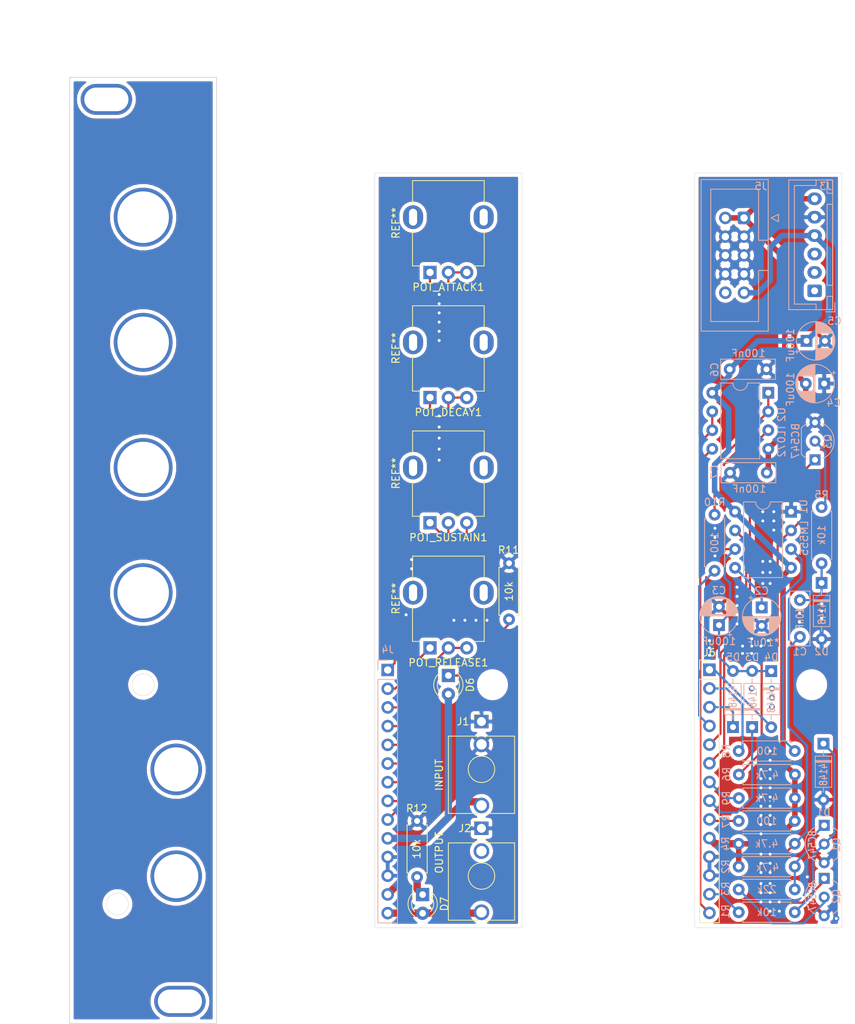
<source format=kicad_pcb>
(kicad_pcb (version 20171130) (host pcbnew 5.1.9+dfsg1-1~bpo10+1)
  (layers (0 F.Cu signal hide) (31 B.Cu signal hide) (34 B.Paste user hide) (35 F.Paste user hide) (36 B.SilkS user) (37 F.SilkS user) (38 B.Mask user) (39 F.Mask user) (44 Edge.Cuts user))
  (net 0 "")
  (net 1 "Net-(C1-Pad1)")
  (net 2 "Net-(C1-Pad2)")
  (net 3 "Net-(C2-Pad1)")
  (net 4 GND2)
  (net 5 "Net-(C3-Pad1)")
  (net 6 +12V)
  (net 7 -12V)
  (net 8 "Net-(D1-Pad1)")
  (net 9 "Net-(Q1-Pad1)")
  (net 10 "Net-(Q2-Pad2)")
  (net 11 "Net-(Q3-Pad2)")
  (net 12 "Net-(Q3-Pad1)")
  (net 13 "Net-(R8-Pad1)")
  (net 14 "Net-(R10-Pad1)")
  (net 15 "Net-(D6-Pad1)")
  (net 16 "Net-(D7-Pad1)")
  (net 17 B4)
  (net 18 B5)
  (net 19 A_VCC)
  (net 20 A2)
  (net 21 GND1)
  (net 22 A1)
  (net 23 A3)
  (net 24 A4)
  (net 25 A5)
  (net 26 A6)
  (net 27 A7)
  (net 28 A8)
  (net 29 A9)
  (net 30 B1)
  (net 31 B2)
  (net 32 B3)
  (net 33 B6)
  (net 34 B7)
  (net 35 B8)
  (net 36 B9)
  (net 37 A10)
  (net 38 B10)
  (net 39 A11)
  (net 40 B11)
  (module benjiaomodular:PanelHole_AudioJack_3.5mm (layer F.Cu) (at 64.5 127.5)
    (fp_text reference REF** hide)
    (fp_text value PanelHole_AudioJack_3.5mm hide)
    (pad "" thru_hole circle (at 0 6.5 180) (size 7 7) (drill 6) (layers *.Cu *.Mask))
  )
  (module Capacitor_THT:C_Rect_L7.2mm_W2.5mm_P5.00mm_FKS2_FKP2_MKS2_MKP2 (layer B.Cu) (at 149.3 111 270)
    (fp_text reference C1 (at 7 0 180) (layer B.SilkS) (effects (justify mirror)))
    (fp_text value 10nF (at 2.5 0 90) (layer B.SilkS) (effects (font (size 1 0.8)) (justify mirror)))
    (pad 1 thru_hole circle (at 0 0 270) (size 1.6 1.6) (drill 0.8) (layers *.Cu *.Mask) (net 1 "Net-(C1-Pad1)"))
    (pad 2 thru_hole circle (at 5 0 270) (size 1.6 1.6) (drill 0.8) (layers *.Cu *.Mask) (net 2 "Net-(C1-Pad2)"))
  )
  (module Diode_THT:D_DO-35_SOD27_P7.62mm_Horizontal (layer B.Cu) (at 152.5 130.5 270)
    (fp_text reference D1 (at 9.35 0 180) (layer B.SilkS) (effects (justify mirror)))
    (fp_text value 4148 (at 4.2 0 270) (layer B.SilkS) (effects (font (size 1 0.8)) (justify mirror)))
    (pad 2 thru_hole oval (at 7.62 0 270) (size 1.6 1.6) (drill 0.8) (layers *.Cu *.Mask) (net 4 GND2))
    (pad 1 thru_hole rect (at 0 0 270) (size 1.6 1.6) (drill 0.8) (layers *.Cu *.Mask) (net 8 "Net-(D1-Pad1)"))
  )
  (module Resistor_THT:R_Axial_DIN0207_L6.3mm_D2.5mm_P7.62mm_Horizontal (layer B.Cu) (at 152.25 106 90)
    (fp_text reference R5 (at 9.3 0 180) (layer B.SilkS) (effects (justify mirror)))
    (fp_text value 10k (at 3.81 0 90) (layer B.SilkS) (effects (justify mirror)))
    (pad 1 thru_hole circle (at 0 0 90) (size 1.6 1.6) (drill 0.8) (layers *.Cu *.Mask) (net 1 "Net-(C1-Pad1)"))
    (pad 2 thru_hole oval (at 7.62 0 90) (size 1.6 1.6) (drill 0.8) (layers *.Cu *.Mask) (net 11 "Net-(Q3-Pad2)"))
  )
  (module Diode_THT:D_DO-35_SOD27_P7.62mm_Horizontal (layer B.Cu) (at 152.25 108.675 270)
    (fp_text reference D2 (at 9.3 0 180) (layer B.SilkS) (effects (justify mirror)))
    (fp_text value 4148 (at 4.125 -0.05 270) (layer B.SilkS) (effects (font (size 1 0.8)) (justify mirror)))
    (pad 1 thru_hole rect (at 0 0 270) (size 1.6 1.6) (drill 0.8) (layers *.Cu *.Mask) (net 1 "Net-(C1-Pad1)"))
    (pad 2 thru_hole oval (at 7.62 0 270) (size 1.6 1.6) (drill 0.8) (layers *.Cu *.Mask) (net 4 GND2))
  )
  (module Package_TO_SOT_THT:TO-92_Inline_Wide (layer B.Cu) (at 152.6 141.6 270)
    (fp_text reference Q1 (at 2.65 -1.65 270) (layer B.SilkS) (effects (justify mirror)))
    (fp_text value BC547 (at 2.65 1.6 90) (layer B.SilkS) (effects (font (size 1 0.8)) (justify mirror)))
    (pad 1 thru_hole rect (at 0 0 270) (size 1.5 1.5) (drill 0.8) (layers *.Cu *.Mask) (net 9 "Net-(Q1-Pad1)"))
    (pad 3 thru_hole circle (at 5.08 0 270) (size 1.5 1.5) (drill 0.8) (layers *.Cu *.Mask) (net 4 GND2))
    (pad 2 thru_hole circle (at 2.54 0 270) (size 1.5 1.5) (drill 0.8) (layers *.Cu *.Mask) (net 8 "Net-(D1-Pad1)"))
  )
  (module Package_DIP:DIP-8_W7.62mm (layer B.Cu) (at 148.1 99 180)
    (fp_text reference U1 (at -1.7 0.7 90) (layer B.SilkS) (effects (justify mirror)))
    (fp_text value LM555 (at -1.8 -3.6 90) (layer B.SilkS) (effects (justify mirror)))
    (pad 1 thru_hole rect (at 0 0 180) (size 1.6 1.6) (drill 0.8) (layers *.Cu *.Mask) (net 4 GND2))
    (pad 5 thru_hole oval (at 7.62 -7.62 180) (size 1.6 1.6) (drill 0.8) (layers *.Cu *.Mask) (net 3 "Net-(C2-Pad1)"))
    (pad 2 thru_hole oval (at 0 -2.54 180) (size 1.6 1.6) (drill 0.8) (layers *.Cu *.Mask) (net 12 "Net-(Q3-Pad1)"))
    (pad 6 thru_hole oval (at 7.62 -5.08 180) (size 1.6 1.6) (drill 0.8) (layers *.Cu *.Mask) (net 5 "Net-(C3-Pad1)"))
    (pad 3 thru_hole oval (at 0 -5.08 180) (size 1.6 1.6) (drill 0.8) (layers *.Cu *.Mask) (net 13 "Net-(R8-Pad1)"))
    (pad 7 thru_hole oval (at 7.62 -2.54 180) (size 1.6 1.6) (drill 0.8) (layers *.Cu *.Mask) (net 34 B7))
    (pad 4 thru_hole oval (at 0 -7.62 180) (size 1.6 1.6) (drill 0.8) (layers *.Cu *.Mask) (net 6 +12V))
    (pad 8 thru_hole oval (at 7.62 0 180) (size 1.6 1.6) (drill 0.8) (layers *.Cu *.Mask) (net 6 +12V))
  )
  (module Capacitor_THT:CP_Radial_D5.0mm_P2.50mm (layer B.Cu) (at 144.1 112 270)
    (fp_text reference C2 (at -2.25 0 180) (layer B.SilkS) (effects (justify mirror)))
    (fp_text value *10uF (at 4.75 -0.2 180) (layer B.SilkS) (effects (justify mirror)))
    (pad 2 thru_hole circle (at 2.5 0 270) (size 1.6 1.6) (drill 0.8) (layers *.Cu *.Mask) (net 4 GND2))
    (pad 1 thru_hole rect (at 0 0 270) (size 1.6 1.6) (drill 0.8) (layers *.Cu *.Mask) (net 3 "Net-(C2-Pad1)"))
  )
  (module Connector_PinHeader_2.54mm:PinHeader_1x14_P2.54mm_Vertical (layer F.Cu) (at 137 120.47)
    (fp_text reference J6 (at 0 -2.33) (layer F.SilkS))
    (fp_text value MainBoard_Pins)
    (pad 1 thru_hole rect (at 0 0) (size 1.7 1.7) (drill 1) (layers *.Cu *.Mask) (net 32 B3))
    (pad 2 thru_hole oval (at 0 2.54) (size 1.7 1.7) (drill 1) (layers *.Cu *.Mask) (net 17 B4))
    (pad 3 thru_hole oval (at 0 5.08) (size 1.7 1.7) (drill 1) (layers *.Cu *.Mask) (net 18 B5))
    (pad 4 thru_hole oval (at 0 7.62) (size 1.7 1.7) (drill 1) (layers *.Cu *.Mask) (net 33 B6))
    (pad 5 thru_hole oval (at 0 10.16) (size 1.7 1.7) (drill 1) (layers *.Cu *.Mask) (net 34 B7))
    (pad 6 thru_hole oval (at 0 12.7) (size 1.7 1.7) (drill 1) (layers *.Cu *.Mask) (net 35 B8))
    (pad 7 thru_hole oval (at 0 15.24) (size 1.7 1.7) (drill 1) (layers *.Cu *.Mask) (net 36 B9))
    (pad 8 thru_hole oval (at 0 17.78) (size 1.7 1.7) (drill 1) (layers *.Cu *.Mask) (net 38 B10))
    (pad 9 thru_hole oval (at 0 20.32) (size 1.7 1.7) (drill 1) (layers *.Cu *.Mask) (net 40 B11))
    (pad 10 thru_hole oval (at 0 22.86) (size 1.7 1.7) (drill 1) (layers *.Cu *.Mask) (net 6 +12V))
    (pad 11 thru_hole oval (at 0 25.4) (size 1.7 1.7) (drill 1) (layers *.Cu *.Mask) (net 4 GND2))
    (pad 12 thru_hole oval (at 0 27.94) (size 1.7 1.7) (drill 1) (layers *.Cu *.Mask) (net 4 GND2))
    (pad 13 thru_hole oval (at 0 30.48) (size 1.7 1.7) (drill 1) (layers *.Cu *.Mask) (net 30 B1))
    (pad 14 thru_hole oval (at 0 33.02) (size 1.7 1.7) (drill 1) (layers *.Cu *.Mask) (net 31 B2))
  )
  (module Resistor_THT:R_Axial_DIN0207_L6.3mm_D2.5mm_P7.62mm_Horizontal (layer B.Cu) (at 148.6 150.3 180)
    (fp_text reference R3 (at 9.4 0.1 270) (layer B.SilkS) (effects (justify mirror)))
    (fp_text value 22k (at 3.8 0) (layer B.SilkS) (effects (justify mirror)))
    (pad 1 thru_hole circle (at 0 0 180) (size 1.6 1.6) (drill 0.8) (layers *.Cu *.Mask) (net 9 "Net-(Q1-Pad1)"))
    (pad 2 thru_hole oval (at 7.62 0 180) (size 1.6 1.6) (drill 0.8) (layers *.Cu *.Mask) (net 10 "Net-(Q2-Pad2)"))
  )
  (module Resistor_THT:R_Axial_DIN0207_L6.3mm_D2.5mm_P7.62mm_Horizontal (layer B.Cu) (at 148.6 153.4 180)
    (fp_text reference R1 (at 9.4 0.1 270) (layer B.SilkS) (effects (justify mirror)))
    (fp_text value 10k (at 3.8 0) (layer B.SilkS) (effects (justify mirror)))
    (pad 1 thru_hole circle (at 0 0 180) (size 1.6 1.6) (drill 0.8) (layers *.Cu *.Mask) (net 8 "Net-(D1-Pad1)"))
    (pad 2 thru_hole oval (at 7.62 0 180) (size 1.6 1.6) (drill 0.8) (layers *.Cu *.Mask) (net 30 B1))
  )
  (module Package_TO_SOT_THT:TO-92_Inline_Wide (layer B.Cu) (at 152.6 148.8 270)
    (fp_text reference Q2 (at 2.45 -1.65 270) (layer B.SilkS) (effects (justify mirror)))
    (fp_text value BC547 (at 2.45 1.6 90) (layer B.SilkS) (effects (font (size 1 0.8)) (justify mirror)))
    (pad 1 thru_hole rect (at 0 0 270) (size 1.5 1.5) (drill 0.8) (layers *.Cu *.Mask) (net 2 "Net-(C1-Pad2)"))
    (pad 3 thru_hole circle (at 5.08 0 270) (size 1.5 1.5) (drill 0.8) (layers *.Cu *.Mask) (net 4 GND2))
    (pad 2 thru_hole circle (at 2.54 0 270) (size 1.5 1.5) (drill 0.8) (layers *.Cu *.Mask) (net 10 "Net-(Q2-Pad2)"))
  )
  (module Package_TO_SOT_THT:TO-92_Inline_Wide (layer B.Cu) (at 151.35 91.95 90)
    (fp_text reference Q3 (at 2.5 1.75 90) (layer B.SilkS) (effects (justify mirror)))
    (fp_text value BC547 (at 2.55 -2.65 90) (layer B.SilkS) (effects (justify mirror)))
    (pad 1 thru_hole rect (at 0 0 90) (size 1.5 1.5) (drill 0.8) (layers *.Cu *.Mask) (net 12 "Net-(Q3-Pad1)"))
    (pad 3 thru_hole circle (at 5.08 0 90) (size 1.5 1.5) (drill 0.8) (layers *.Cu *.Mask) (net 4 GND2))
    (pad 2 thru_hole circle (at 2.54 0 90) (size 1.5 1.5) (drill 0.8) (layers *.Cu *.Mask) (net 11 "Net-(Q3-Pad2)"))
  )
  (module Resistor_THT:R_Axial_DIN0207_L6.3mm_D2.5mm_P7.62mm_Horizontal (layer B.Cu) (at 141 137.9)
    (fp_text reference R9 (at -1.7 0 270) (layer B.SilkS) (effects (justify mirror)))
    (fp_text value 4.7k (at 3.81 0) (layer B.SilkS) (effects (justify mirror)))
    (pad 2 thru_hole oval (at 7.62 0) (size 1.6 1.6) (drill 0.8) (layers *.Cu *.Mask) (net 6 +12V))
    (pad 1 thru_hole circle (at 0 0) (size 1.6 1.6) (drill 0.8) (layers *.Cu *.Mask) (net 36 B9))
  )
  (module MountingHole:MountingHole_3.2mm_M3 (layer F.Cu) (at 150.9 122.5)
    (fp_text reference REF** hide)
    (fp_text value MountingHole_3.2mm_M3)
    (pad 1 np_thru_hole circle (at 0 0) (size 3.2 3.2) (drill 3.2) (layers *.Cu *.Mask))
  )
  (module benjiaomodular:Potentiometer_RV09 (layer F.Cu) (at 99 117.5 90)
    (fp_text reference POT_RELEASE1 (at -2 2.5 180) (layer F.SilkS))
    (fp_text value 1M)
    (fp_text user REF** (at 6.71 -4.64 270) (layer F.SilkS))
    (pad 1 thru_hole rect (at 0 0 180) (size 1.8 1.8) (drill 1) (layers *.Cu *.Mask) (net 37 A10))
    (pad 3 thru_hole circle (at 0 5 180) (size 1.8 1.8) (drill 1) (layers *.Cu *.Mask) (net 39 A11))
    (pad 2 thru_hole circle (at 0 2.5 180) (size 1.8 1.8) (drill 1) (layers *.Cu *.Mask) (net 39 A11))
    (pad "" thru_hole oval (at 7.5 7.3 180) (size 2.72 3.24) (drill oval 1.1 2.3) (layers *.Cu *.Mask))
    (pad "" thru_hole oval (at 7.5 -2.3 180) (size 2.72 3.24) (drill oval 1.1 2.3) (layers *.Cu *.Mask))
  )
  (module MountingHole:MountingHole_3.2mm_M3 (layer F.Cu) (at 107.5 122.5)
    (fp_text reference REF** hide)
    (fp_text value MountingHole_3.2mm_M3)
    (pad 1 np_thru_hole circle (at 0 0) (size 3.2 3.2) (drill 3.2) (layers *.Cu *.Mask))
  )
  (module benjiaomodular:AudioJack_3.5mm (layer F.Cu) (at 106 127.5)
    (fp_text reference J1 (at -2.5 0) (layer F.SilkS))
    (fp_text value INPUT (at -5.75 7.25 90) (layer F.SilkS))
    (pad S thru_hole rect (at 0 0 180) (size 1.93 1.83) (drill 1.22) (layers *.Cu *.Mask) (net 21 GND1))
    (pad TN thru_hole circle (at 0 3.1 180) (size 2.13 2.13) (drill 1.42) (layers *.Cu *.Mask) (net 21 GND1))
    (pad T thru_hole circle (at 0 11.4 180) (size 2.13 2.13) (drill 1.43) (layers *.Cu *.Mask) (net 22 A1))
  )
  (module Resistor_THT:R_Axial_DIN0207_L6.3mm_D2.5mm_P7.62mm_Horizontal (layer F.Cu) (at 97.25 141 270)
    (fp_text reference R12 (at -1.7 0.05 180) (layer F.SilkS))
    (fp_text value 10k (at 3.8 0.05 90) (layer F.SilkS))
    (pad 1 thru_hole circle (at 0 0 270) (size 1.6 1.6) (drill 0.8) (layers *.Cu *.Mask) (net 21 GND1))
    (pad 2 thru_hole oval (at 7.62 0 270) (size 1.6 1.6) (drill 0.8) (layers *.Cu *.Mask) (net 16 "Net-(D7-Pad1)"))
  )
  (module Resistor_THT:R_Axial_DIN0207_L6.3mm_D2.5mm_P7.62mm_Horizontal (layer F.Cu) (at 109.75 106 270)
    (fp_text reference R11 (at -1.8 0.05 180) (layer F.SilkS))
    (fp_text value 10k (at 3.81 0 90) (layer F.SilkS))
    (pad 2 thru_hole oval (at 7.62 0 270) (size 1.6 1.6) (drill 0.8) (layers *.Cu *.Mask) (net 15 "Net-(D6-Pad1)"))
    (pad 1 thru_hole circle (at 0 0 270) (size 1.6 1.6) (drill 0.8) (layers *.Cu *.Mask) (net 21 GND1))
  )
  (module Resistor_THT:R_Axial_DIN0207_L6.3mm_D2.5mm_P7.62mm_Horizontal (layer B.Cu) (at 137.7 99.4 270)
    (fp_text reference R10 (at -1.7 0 180) (layer B.SilkS) (effects (justify mirror)))
    (fp_text value 100 (at 3.8 0 90) (layer B.SilkS) (effects (justify mirror)))
    (pad 2 thru_hole oval (at 7.62 0 270) (size 1.6 1.6) (drill 0.8) (layers *.Cu *.Mask) (net 33 B6))
    (pad 1 thru_hole circle (at 0 0 270) (size 1.6 1.6) (drill 0.8) (layers *.Cu *.Mask) (net 14 "Net-(R10-Pad1)"))
  )
  (module Resistor_THT:R_Axial_DIN0207_L6.3mm_D2.5mm_P7.62mm_Horizontal (layer B.Cu) (at 148.6 131.5 180)
    (fp_text reference R8 (at 9.3 0 270) (layer B.SilkS) (effects (justify mirror)))
    (fp_text value 100 (at 3.75 0) (layer B.SilkS) (effects (justify mirror)))
    (pad 1 thru_hole circle (at 0 0 180) (size 1.6 1.6) (drill 0.8) (layers *.Cu *.Mask) (net 13 "Net-(R8-Pad1)"))
    (pad 2 thru_hole oval (at 7.62 0 180) (size 1.6 1.6) (drill 0.8) (layers *.Cu *.Mask) (net 17 B4))
  )
  (module Resistor_THT:R_Axial_DIN0207_L6.3mm_D2.5mm_P7.62mm_Horizontal (layer B.Cu) (at 148.6 141 180)
    (fp_text reference R7 (at 9.3 0 270) (layer B.SilkS) (effects (justify mirror)))
    (fp_text value 100 (at 3.81 0) (layer B.SilkS) (effects (justify mirror)))
    (pad 1 thru_hole circle (at 0 0 180) (size 1.6 1.6) (drill 0.8) (layers *.Cu *.Mask) (net 6 +12V))
    (pad 2 thru_hole oval (at 7.62 0 180) (size 1.6 1.6) (drill 0.8) (layers *.Cu *.Mask) (net 40 B11))
  )
  (module Resistor_THT:R_Axial_DIN0207_L6.3mm_D2.5mm_P7.62mm_Horizontal (layer B.Cu) (at 141 134.7)
    (fp_text reference R6 (at -1.65 -0.05 270) (layer B.SilkS) (effects (justify mirror)))
    (fp_text value 4.7k (at 3.85 0.05) (layer B.SilkS) (effects (justify mirror)))
    (pad 2 thru_hole oval (at 7.62 0) (size 1.6 1.6) (drill 0.8) (layers *.Cu *.Mask) (net 6 +12V))
    (pad 1 thru_hole circle (at 0 0) (size 1.6 1.6) (drill 0.8) (layers *.Cu *.Mask) (net 12 "Net-(Q3-Pad1)"))
  )
  (module Resistor_THT:R_Axial_DIN0207_L6.3mm_D2.5mm_P7.62mm_Horizontal (layer B.Cu) (at 148.6 144.1 180)
    (fp_text reference R4 (at 9.4 0 270) (layer B.SilkS) (effects (justify mirror)))
    (fp_text value 4.7k (at 3.81 0) (layer B.SilkS) (effects (justify mirror)))
    (pad 2 thru_hole oval (at 7.62 0 180) (size 1.6 1.6) (drill 0.8) (layers *.Cu *.Mask) (net 6 +12V))
    (pad 1 thru_hole circle (at 0 0 180) (size 1.6 1.6) (drill 0.8) (layers *.Cu *.Mask) (net 2 "Net-(C1-Pad2)"))
  )
  (module Resistor_THT:R_Axial_DIN0207_L6.3mm_D2.5mm_P7.62mm_Horizontal (layer B.Cu) (at 148.6 147.2 180)
    (fp_text reference R2 (at 9.4 0 270) (layer B.SilkS) (effects (justify mirror)))
    (fp_text value 4.7k (at 3.7 -0.1) (layer B.SilkS) (effects (justify mirror)))
    (pad 2 thru_hole oval (at 7.62 0 180) (size 1.6 1.6) (drill 0.8) (layers *.Cu *.Mask) (net 6 +12V))
    (pad 1 thru_hole circle (at 0 0 180) (size 1.6 1.6) (drill 0.8) (layers *.Cu *.Mask) (net 9 "Net-(Q1-Pad1)"))
  )
  (module benjiaomodular:PanelHole_Potentiometer_RV09 (layer F.Cu) (at 57.5 117.5 90)
    (fp_text reference REF** hide)
    (fp_text value PanelHole_Potentiometer_RV09 hide)
    (pad "" thru_hole circle (at 7.5 2.5 180) (size 8 8) (drill 7) (layers *.Cu *.Mask))
  )
  (module benjiaomodular:PanelHole_Potentiometer_RV09 (layer F.Cu) (at 57.5 100.5 90)
    (fp_text reference REF** hide)
    (fp_text value PanelHole_Potentiometer_RV09 hide)
    (pad "" thru_hole circle (at 7.5 2.5 180) (size 8 8) (drill 7) (layers *.Cu *.Mask))
  )
  (module benjiaomodular:PanelHole_Potentiometer_RV09 (layer F.Cu) (at 57.5 83.5 90)
    (fp_text reference REF** hide)
    (fp_text value PanelHole_Potentiometer_RV09 hide)
    (pad "" thru_hole circle (at 7.5 2.5 180) (size 8 8) (drill 7) (layers *.Cu *.Mask))
  )
  (module benjiaomodular:PanelHole_Potentiometer_RV09 (layer F.Cu) (at 57.5 66.5 90)
    (fp_text reference REF** hide)
    (fp_text value PanelHole_Potentiometer_RV09 hide)
    (pad "" thru_hole circle (at 7.5 2.5 180) (size 8 8) (drill 7) (layers *.Cu *.Mask))
  )
  (module benjiaomodular:Panel_4HP (layer F.Cu) (at 50 40)
    (fp_text reference REF** hide)
    (fp_text value Panel_4HP)
    (pad 1 thru_hole oval (at 15 125.5) (size 7 4.2) (drill oval 6 3.2) (layers *.Cu *.Mask))
    (pad 1 thru_hole oval (at 5 3) (size 7 4.2) (drill oval 6 3.2) (layers *.Cu *.Mask))
  )
  (module benjiaomodular:PanelHole_AudioJack_3.5mm (layer F.Cu) (at 64.5 142)
    (fp_text reference REF** hide)
    (fp_text value PanelHole_AudioJack_3.5mm hide)
    (pad "" thru_hole circle (at 0 6.5 180) (size 7 7) (drill 6) (layers *.Cu *.Mask))
  )
  (module Capacitor_THT:CP_Radial_D5.0mm_P2.50mm (layer B.Cu) (at 138.3 114.4 90)
    (fp_text reference C3 (at 4.7 0 180) (layer B.SilkS) (effects (justify mirror)))
    (fp_text value 100uF (at -2.2 0 180) (layer B.SilkS) (effects (justify mirror)))
    (pad 1 thru_hole rect (at 0 0 90) (size 1.6 1.6) (drill 0.8) (layers *.Cu *.Mask) (net 5 "Net-(C3-Pad1)"))
    (pad 2 thru_hole circle (at 2.5 0 90) (size 1.6 1.6) (drill 0.8) (layers *.Cu *.Mask) (net 4 GND2))
  )
  (module Capacitor_THT:CP_Radial_D5.0mm_P2.50mm (layer B.Cu) (at 150.2 75.8)
    (fp_text reference C4 (at 3.7 8.4 180) (layer B.SilkS) (effects (justify mirror)))
    (fp_text value 100uF (at -2.2 0.6 90) (layer B.SilkS) (effects (justify mirror)))
    (pad 2 thru_hole circle (at 2.5 0) (size 1.6 1.6) (drill 0.8) (layers *.Cu *.Mask) (net 4 GND2))
    (pad 1 thru_hole rect (at 0 0) (size 1.6 1.6) (drill 0.8) (layers *.Cu *.Mask) (net 6 +12V))
  )
  (module Capacitor_THT:CP_Radial_D5.0mm_P2.50mm (layer B.Cu) (at 152.6 81.6 180)
    (fp_text reference C5 (at -1.4 8.5 180) (layer B.SilkS) (effects (justify mirror)))
    (fp_text value 100uF (at 4.6 -0.8 90) (layer B.SilkS) (effects (justify mirror)))
    (pad 1 thru_hole rect (at 0 0 180) (size 1.6 1.6) (drill 0.8) (layers *.Cu *.Mask) (net 4 GND2))
    (pad 2 thru_hole circle (at 2.5 0 180) (size 1.6 1.6) (drill 0.8) (layers *.Cu *.Mask) (net 7 -12V))
  )
  (module Capacitor_THT:C_Rect_L7.2mm_W2.5mm_P5.00mm_FKS2_FKP2_MKS2_MKP2 (layer B.Cu) (at 139.75 79.65)
    (fp_text reference C6 (at -2.05 0.05 90) (layer B.SilkS) (effects (justify mirror)))
    (fp_text value 100nF (at 2.55 -2.15) (layer B.SilkS) (effects (justify mirror)))
    (pad 2 thru_hole circle (at 5 0) (size 1.6 1.6) (drill 0.8) (layers *.Cu *.Mask) (net 4 GND2))
    (pad 1 thru_hole circle (at 0 0) (size 1.6 1.6) (drill 0.8) (layers *.Cu *.Mask) (net 6 +12V))
  )
  (module Capacitor_THT:C_Rect_L7.2mm_W2.5mm_P5.00mm_FKS2_FKP2_MKS2_MKP2 (layer B.Cu) (at 139.8 93.7)
    (fp_text reference C7 (at -2.1 -0.1 90) (layer B.SilkS) (effects (justify mirror)))
    (fp_text value 100nF (at 2.6 2.2) (layer B.SilkS) (effects (justify mirror)))
    (pad 1 thru_hole circle (at 0 0) (size 1.6 1.6) (drill 0.8) (layers *.Cu *.Mask) (net 4 GND2))
    (pad 2 thru_hole circle (at 5 0) (size 1.6 1.6) (drill 0.8) (layers *.Cu *.Mask) (net 7 -12V))
  )
  (module Diode_THT:D_DO-35_SOD27_P7.62mm_Horizontal (layer B.Cu) (at 142.8 128.25 90)
    (fp_text reference D3 (at 9.5 0) (layer B.SilkS) (effects (justify mirror)))
    (fp_text value 4148 (at 4.15 0.1 90) (layer B.SilkS) (effects (font (size 1 0.8)) (justify mirror)))
    (pad 2 thru_hole oval (at 7.62 0 90) (size 1.6 1.6) (drill 0.8) (layers *.Cu *.Mask) (net 5 "Net-(C3-Pad1)"))
    (pad 1 thru_hole rect (at 0 0 90) (size 1.6 1.6) (drill 0.8) (layers *.Cu *.Mask) (net 38 B10))
  )
  (module Diode_THT:D_DO-35_SOD27_P7.62mm_Horizontal (layer B.Cu) (at 145.4 120.65 270)
    (fp_text reference D4 (at -1.9 0 180) (layer B.SilkS) (effects (justify mirror)))
    (fp_text value 4148 (at 4.15 0 90) (layer B.SilkS) (effects (font (size 1 0.8)) (justify mirror)))
    (pad 1 thru_hole rect (at 0 0 270) (size 1.6 1.6) (drill 0.8) (layers *.Cu *.Mask) (net 5 "Net-(C3-Pad1)"))
    (pad 2 thru_hole oval (at 7.62 0 270) (size 1.6 1.6) (drill 0.8) (layers *.Cu *.Mask) (net 32 B3))
  )
  (module Diode_THT:D_DO-35_SOD27_P7.62mm_Horizontal (layer B.Cu) (at 140.2 128.25 90)
    (fp_text reference D5 (at 9.5 0 180) (layer B.SilkS) (effects (justify mirror)))
    (fp_text value 4148 (at 4.15 0 90) (layer B.SilkS) (effects (font (size 1 0.8)) (justify mirror)))
    (pad 1 thru_hole rect (at 0 0 90) (size 1.6 1.6) (drill 0.8) (layers *.Cu *.Mask) (net 18 B5))
    (pad 2 thru_hole oval (at 7.62 0 90) (size 1.6 1.6) (drill 0.8) (layers *.Cu *.Mask) (net 5 "Net-(C3-Pad1)"))
  )
  (module Connector_JST:JST_XH_B6B-XH-A_1x06_P2.50mm_Vertical (layer B.Cu) (at 151.3 69 90)
    (fp_text reference J3 (at 14.2 1.5) (layer B.SilkS) (effects (justify mirror)))
    (fp_text value JST_BUS)
    (pad 1 thru_hole roundrect (at 0 0 90) (size 1.7 1.95) (drill 0.95) (layers *.Cu *.Mask) (roundrect_rratio 0.147059))
    (pad 2 thru_hole oval (at 2.5 0 90) (size 1.7 1.95) (drill 0.95) (layers *.Cu *.Mask))
    (pad 3 thru_hole oval (at 5 0 90) (size 1.7 1.95) (drill 0.95) (layers *.Cu *.Mask))
    (pad 4 thru_hole oval (at 7.5 0 90) (size 1.7 1.95) (drill 0.95) (layers *.Cu *.Mask) (net 6 +12V))
    (pad 5 thru_hole oval (at 10 0 90) (size 1.7 1.95) (drill 0.95) (layers *.Cu *.Mask) (net 4 GND2))
    (pad 6 thru_hole oval (at 12.5 0 90) (size 1.7 1.95) (drill 0.95) (layers *.Cu *.Mask) (net 7 -12V))
  )
  (module Connector_IDC:IDC-Header_2x05_P2.54mm_Vertical (layer B.Cu) (at 141.7 59.1 180)
    (fp_text reference J5 (at -2.3 4.3) (layer B.SilkS) (effects (justify mirror)))
    (fp_text value IDC_BUS)
    (pad 1 thru_hole roundrect (at 0 0 180) (size 1.7 1.7) (drill 1) (layers *.Cu *.Mask) (roundrect_rratio 0.147059) (net 7 -12V))
    (pad 3 thru_hole circle (at 0 -2.54 180) (size 1.7 1.7) (drill 1) (layers *.Cu *.Mask) (net 4 GND2))
    (pad 5 thru_hole circle (at 0 -5.08 180) (size 1.7 1.7) (drill 1) (layers *.Cu *.Mask) (net 4 GND2))
    (pad 7 thru_hole circle (at 0 -7.62 180) (size 1.7 1.7) (drill 1) (layers *.Cu *.Mask) (net 4 GND2))
    (pad 9 thru_hole circle (at 0 -10.16 180) (size 1.7 1.7) (drill 1) (layers *.Cu *.Mask) (net 6 +12V))
    (pad 2 thru_hole circle (at 2.54 0 180) (size 1.7 1.7) (drill 1) (layers *.Cu *.Mask) (net 7 -12V))
    (pad 4 thru_hole circle (at 2.54 -2.54 180) (size 1.7 1.7) (drill 1) (layers *.Cu *.Mask) (net 4 GND2))
    (pad 6 thru_hole circle (at 2.54 -5.08 180) (size 1.7 1.7) (drill 1) (layers *.Cu *.Mask) (net 4 GND2))
    (pad 8 thru_hole circle (at 2.54 -7.62 180) (size 1.7 1.7) (drill 1) (layers *.Cu *.Mask) (net 4 GND2))
    (pad 10 thru_hole circle (at 2.54 -10.16 180) (size 1.7 1.7) (drill 1) (layers *.Cu *.Mask) (net 6 +12V))
  )
  (module benjiaomodular:Potentiometer_RV09 (layer F.Cu) (at 99 66.5 90)
    (fp_text reference POT_ATTACK1 (at -2 2.5 180) (layer F.SilkS))
    (fp_text value 1M)
    (fp_text user REF** (at 6.71 -4.64 270) (layer F.SilkS))
    (pad "" thru_hole oval (at 7.5 -2.3 180) (size 2.72 3.24) (drill oval 1.1 2.3) (layers *.Cu *.Mask))
    (pad "" thru_hole oval (at 7.5 7.3 180) (size 2.72 3.24) (drill oval 1.1 2.3) (layers *.Cu *.Mask))
    (pad 2 thru_hole circle (at 0 2.5 180) (size 1.8 1.8) (drill 1) (layers *.Cu *.Mask) (net 24 A4))
    (pad 3 thru_hole circle (at 0 5 180) (size 1.8 1.8) (drill 1) (layers *.Cu *.Mask) (net 24 A4))
    (pad 1 thru_hole rect (at 0 0 180) (size 1.8 1.8) (drill 1) (layers *.Cu *.Mask) (net 23 A3))
  )
  (module benjiaomodular:Potentiometer_RV09 (layer F.Cu) (at 99 83.5 90)
    (fp_text reference POT_DECAY1 (at -2 2.5 180) (layer F.SilkS))
    (fp_text value 1M)
    (fp_text user REF** (at 6.71 -4.64 270) (layer F.SilkS))
    (pad "" thru_hole oval (at 7.5 -2.3 180) (size 2.72 3.24) (drill oval 1.1 2.3) (layers *.Cu *.Mask))
    (pad "" thru_hole oval (at 7.5 7.3 180) (size 2.72 3.24) (drill oval 1.1 2.3) (layers *.Cu *.Mask))
    (pad 2 thru_hole circle (at 0 2.5 180) (size 1.8 1.8) (drill 1) (layers *.Cu *.Mask) (net 26 A6))
    (pad 3 thru_hole circle (at 0 5 180) (size 1.8 1.8) (drill 1) (layers *.Cu *.Mask) (net 26 A6))
    (pad 1 thru_hole rect (at 0 0 180) (size 1.8 1.8) (drill 1) (layers *.Cu *.Mask) (net 25 A5))
  )
  (module benjiaomodular:Potentiometer_RV09 (layer F.Cu) (at 99 100.5 90)
    (fp_text reference POT_SUSTAIN1 (at -2 2.5 180) (layer F.SilkS))
    (fp_text value 1M)
    (fp_text user REF** (at 6.71 -4.64 270) (layer F.SilkS))
    (pad 1 thru_hole rect (at 0 0 180) (size 1.8 1.8) (drill 1) (layers *.Cu *.Mask) (net 27 A7))
    (pad 3 thru_hole circle (at 0 5 180) (size 1.8 1.8) (drill 1) (layers *.Cu *.Mask) (net 29 A9))
    (pad 2 thru_hole circle (at 0 2.5 180) (size 1.8 1.8) (drill 1) (layers *.Cu *.Mask) (net 28 A8))
    (pad "" thru_hole oval (at 7.5 7.3 180) (size 2.72 3.24) (drill oval 1.1 2.3) (layers *.Cu *.Mask))
    (pad "" thru_hole oval (at 7.5 -2.3 180) (size 2.72 3.24) (drill oval 1.1 2.3) (layers *.Cu *.Mask))
  )
  (module Package_DIP:DIP-8_W7.62mm (layer B.Cu) (at 145 82.85 180)
    (fp_text reference U2 (at -1.8 -2.95 90) (layer B.SilkS) (effects (justify mirror)))
    (fp_text value TL072 (at -1.8 -6.55 90) (layer B.SilkS) (effects (justify mirror)))
    (pad 8 thru_hole oval (at 7.62 0 180) (size 1.6 1.6) (drill 0.8) (layers *.Cu *.Mask) (net 6 +12V))
    (pad 4 thru_hole oval (at 0 -7.62 180) (size 1.6 1.6) (drill 0.8) (layers *.Cu *.Mask) (net 7 -12V))
    (pad 7 thru_hole oval (at 7.62 -2.54 180) (size 1.6 1.6) (drill 0.8) (layers *.Cu *.Mask) (net 31 B2))
    (pad 3 thru_hole oval (at 0 -5.08 180) (size 1.6 1.6) (drill 0.8) (layers *.Cu *.Mask) (net 35 B8))
    (pad 6 thru_hole oval (at 7.62 -5.08 180) (size 1.6 1.6) (drill 0.8) (layers *.Cu *.Mask) (net 31 B2))
    (pad 2 thru_hole oval (at 0 -2.54 180) (size 1.6 1.6) (drill 0.8) (layers *.Cu *.Mask) (net 14 "Net-(R10-Pad1)"))
    (pad 5 thru_hole oval (at 7.62 -7.62 180) (size 1.6 1.6) (drill 0.8) (layers *.Cu *.Mask) (net 5 "Net-(C3-Pad1)"))
    (pad 1 thru_hole rect (at 0 0 180) (size 1.6 1.6) (drill 0.8) (layers *.Cu *.Mask) (net 14 "Net-(R10-Pad1)"))
  )
  (module LED_THT:LED_D3.0mm (layer F.Cu) (at 101.5 121.25 270)
    (fp_text reference D6 (at 1.27 -2.96 90) (layer F.SilkS))
    (fp_text value PWR_LED)
    (pad 2 thru_hole circle (at 2.54 0 270) (size 1.8 1.8) (drill 0.9) (layers *.Cu *.Mask) (net 19 A_VCC))
    (pad 1 thru_hole rect (at 0 0 270) (size 1.8 1.8) (drill 0.9) (layers *.Cu *.Mask) (net 15 "Net-(D6-Pad1)"))
  )
  (module LED_THT:LED_D3.0mm (layer F.Cu) (at 98 151 270)
    (fp_text reference D7 (at 1.27 -2.96 90) (layer F.SilkS))
    (fp_text value OUTPUT_LED)
    (pad 1 thru_hole rect (at 0 0 270) (size 1.8 1.8) (drill 0.9) (layers *.Cu *.Mask) (net 16 "Net-(D7-Pad1)"))
    (pad 2 thru_hole circle (at 2.54 0 270) (size 1.8 1.8) (drill 0.9) (layers *.Cu *.Mask) (net 20 A2))
  )
  (module benjiaomodular:AudioJack_3.5mm (layer F.Cu) (at 106 142)
    (fp_text reference J2 (at -2.25 0) (layer F.SilkS))
    (fp_text value OUTPUT (at -5.75 3.3 90) (layer F.SilkS))
    (pad S thru_hole rect (at 0 0 180) (size 1.93 1.83) (drill 1.22) (layers *.Cu *.Mask) (net 21 GND1))
    (pad TN thru_hole circle (at 0 3.1 180) (size 2.13 2.13) (drill 1.42) (layers *.Cu *.Mask))
    (pad T thru_hole circle (at 0 11.4 180) (size 2.13 2.13) (drill 1.43) (layers *.Cu *.Mask) (net 20 A2))
  )
  (module Connector_PinSocket_2.54mm:PinSocket_1x14_P2.54mm_Vertical (layer B.Cu) (at 93.25 120.5 180)
    (fp_text reference J4 (at 0 2.77) (layer B.SilkS) (effects (justify mirror)))
    (fp_text value ControlBoard_Pins)
    (pad 1 thru_hole rect (at 0 0 180) (size 1.7 1.7) (drill 1) (layers *.Cu *.Mask) (net 23 A3))
    (pad 2 thru_hole oval (at 0 -2.54 180) (size 1.7 1.7) (drill 1) (layers *.Cu *.Mask) (net 24 A4))
    (pad 3 thru_hole oval (at 0 -5.08 180) (size 1.7 1.7) (drill 1) (layers *.Cu *.Mask) (net 25 A5))
    (pad 4 thru_hole oval (at 0 -7.62 180) (size 1.7 1.7) (drill 1) (layers *.Cu *.Mask) (net 26 A6))
    (pad 5 thru_hole oval (at 0 -10.16 180) (size 1.7 1.7) (drill 1) (layers *.Cu *.Mask) (net 27 A7))
    (pad 6 thru_hole oval (at 0 -12.7 180) (size 1.7 1.7) (drill 1) (layers *.Cu *.Mask) (net 28 A8))
    (pad 7 thru_hole oval (at 0 -15.24 180) (size 1.7 1.7) (drill 1) (layers *.Cu *.Mask) (net 29 A9))
    (pad 8 thru_hole oval (at 0 -17.78 180) (size 1.7 1.7) (drill 1) (layers *.Cu *.Mask) (net 37 A10))
    (pad 9 thru_hole oval (at 0 -20.32 180) (size 1.7 1.7) (drill 1) (layers *.Cu *.Mask) (net 39 A11))
    (pad 10 thru_hole oval (at 0 -22.86 180) (size 1.7 1.7) (drill 1) (layers *.Cu *.Mask) (net 19 A_VCC))
    (pad 11 thru_hole oval (at 0 -25.4 180) (size 1.7 1.7) (drill 1) (layers *.Cu *.Mask) (net 21 GND1))
    (pad 12 thru_hole oval (at 0 -27.94 180) (size 1.7 1.7) (drill 1) (layers *.Cu *.Mask) (net 21 GND1))
    (pad 13 thru_hole oval (at 0 -30.48 180) (size 1.7 1.7) (drill 1) (layers *.Cu *.Mask) (net 22 A1))
    (pad 14 thru_hole oval (at 0 -33.02 180) (size 1.7 1.7) (drill 1) (layers *.Cu *.Mask) (net 20 A2))
  )
  (gr_circle (center 60 122.5) (end 61.5 122.5) (layer Edge.Cuts) (width 0.05))
  (gr_circle (center 56.5 152.3) (end 58 152.3) (layer Edge.Cuts) (width 0.05))
  (gr_line (start 135 155.5) (end 135 53) (layer Edge.Cuts) (width 0.05))
  (gr_line (start 155 155.5) (end 135 155.5) (layer Edge.Cuts) (width 0.05))
  (gr_line (start 155 53) (end 155 155.5) (layer Edge.Cuts) (width 0.05))
  (gr_line (start 135 53) (end 155 53) (layer Edge.Cuts) (width 0.05))
  (gr_line (start 91.5 155.5) (end 91.5 53) (layer Edge.Cuts) (width 0.05))
  (gr_line (start 111.5 155.5) (end 91.5 155.5) (layer Edge.Cuts) (width 0.05))
  (gr_line (start 111.5 53) (end 111.5 155.5) (layer Edge.Cuts) (width 0.05))
  (gr_line (start 91.5 53) (end 111.5 53) (layer Edge.Cuts) (width 0.05))
  (gr_line (start 70 40) (end 70 168.5) (layer Edge.Cuts) (width 0.1))
  (gr_line (start 50 40) (end 70 40) (layer Edge.Cuts) (width 0.1))
  (gr_line (start 50 168.5) (end 50 40) (layer Edge.Cuts) (width 0.1))
  (gr_line (start 70 168.5) (end 50 168.5) (layer Edge.Cuts) (width 0.1))
  (via (at 145.5 123) (size 0.8) (drill 0.4) (layers F.Cu B.Cu) (net 0))
  (via (at 145.5 124.25) (size 0.8) (drill 0.4) (layers F.Cu B.Cu) (net 0))
  (via (at 145.5 125.5) (size 0.8) (drill 0.4) (layers F.Cu B.Cu) (net 0))
  (via (at 142.75 123) (size 0.8) (drill 0.4) (layers F.Cu B.Cu) (net 0))
  (segment (start 152.25 106) (end 152.25 108.675) (width 0.3) (layer B.Cu) (net 1))
  (segment (start 151.25 111) (end 149.3 111) (width 0.3) (layer B.Cu) (net 1))
  (segment (start 152.25 108.675) (end 152.25 110) (width 0.3) (layer B.Cu) (net 1))
  (segment (start 152.25 110) (end 151.25 111) (width 0.3) (layer B.Cu) (net 1))
  (segment (start 147.15 151.15) (end 147.15 145.55) (width 0.3) (layer F.Cu) (net 2))
  (segment (start 148.1 152.1) (end 147.15 151.15) (width 0.3) (layer F.Cu) (net 2))
  (segment (start 147.15 145.55) (end 148.6 144.1) (width 0.3) (layer F.Cu) (net 2))
  (segment (start 149.65 152.1) (end 148.1 152.1) (width 0.3) (layer F.Cu) (net 2))
  (segment (start 152.6 148.8) (end 152.6 149.15) (width 0.3) (layer F.Cu) (net 2))
  (segment (start 152.6 149.15) (end 149.65 152.1) (width 0.3) (layer F.Cu) (net 2))
  (segment (start 150.25 142.45) (end 148.6 144.1) (width 0.3) (layer B.Cu) (net 2))
  (segment (start 147.75 128.25) (end 150.25 130.75) (width 0.3) (layer B.Cu) (net 2))
  (segment (start 150.25 130.75) (end 150.25 142.45) (width 0.3) (layer B.Cu) (net 2))
  (segment (start 149.3 116) (end 147.75 117.55) (width 0.3) (layer B.Cu) (net 2))
  (segment (start 147.75 117.55) (end 147.75 128.25) (width 0.3) (layer B.Cu) (net 2))
  (segment (start 144.1 110.24) (end 140.48 106.62) (width 0.3) (layer B.Cu) (net 3))
  (segment (start 144.1 112) (end 144.1 110.24) (width 0.3) (layer B.Cu) (net 3))
  (via (at 154.25 154.25) (size 0.8) (drill 0.4) (layers F.Cu B.Cu) (net 4))
  (via (at 150.3 148.6) (size 0.8) (drill 0.4) (layers F.Cu B.Cu) (net 4))
  (via (at 144 117.25) (size 0.8) (drill 0.4) (layers F.Cu B.Cu) (net 4))
  (via (at 142.75 117.25) (size 0.8) (drill 0.4) (layers F.Cu B.Cu) (net 4))
  (via (at 141.5 117.25) (size 0.8) (drill 0.4) (layers F.Cu B.Cu) (net 4))
  (via (at 137 116.5) (size 0.8) (drill 0.4) (layers F.Cu B.Cu) (net 4))
  (via (at 137 117.5) (size 0.8) (drill 0.4) (layers F.Cu B.Cu) (net 4))
  (via (at 137 118.5) (size 0.8) (drill 0.4) (layers F.Cu B.Cu) (net 4))
  (via (at 144.25 108.75) (size 0.8) (drill 0.4) (layers F.Cu B.Cu) (net 4))
  (via (at 145.25 108.75) (size 0.8) (drill 0.4) (layers F.Cu B.Cu) (net 4))
  (via (at 142.75 116.25) (size 0.8) (drill 0.4) (layers F.Cu B.Cu) (net 4))
  (via (at 142.75 118.25) (size 0.8) (drill 0.4) (layers F.Cu B.Cu) (net 4))
  (via (at 141.5 118.25) (size 0.8) (drill 0.4) (layers F.Cu B.Cu) (net 4))
  (via (at 140.75 114.25) (size 0.8) (drill 0.4) (layers F.Cu B.Cu) (net 4))
  (via (at 140.75 113) (size 0.8) (drill 0.4) (layers F.Cu B.Cu) (net 4))
  (via (at 140.75 111.75) (size 0.8) (drill 0.4) (layers F.Cu B.Cu) (net 4))
  (via (at 145 116.5) (size 0.8) (drill 0.4) (layers F.Cu B.Cu) (net 4))
  (via (at 152.25 113.5) (size 0.8) (drill 0.4) (layers F.Cu B.Cu) (net 4))
  (via (at 152.25 112.5) (size 0.8) (drill 0.4) (layers F.Cu B.Cu) (net 4))
  (via (at 152.25 111.5) (size 0.8) (drill 0.4) (layers F.Cu B.Cu) (net 4))
  (via (at 149.25 112.75) (size 0.8) (drill 0.4) (layers F.Cu B.Cu) (net 4))
  (via (at 149.25 114) (size 0.8) (drill 0.4) (layers F.Cu B.Cu) (net 4))
  (via (at 145.75 99) (size 0.8) (drill 0.4) (layers F.Cu B.Cu) (net 4))
  (via (at 145.75 100.25) (size 0.8) (drill 0.4) (layers F.Cu B.Cu) (net 4))
  (via (at 145.75 101.5) (size 0.8) (drill 0.4) (layers F.Cu B.Cu) (net 4))
  (via (at 144.25 100.25) (size 0.8) (drill 0.4) (layers F.Cu B.Cu) (net 4))
  (via (at 144.25 99) (size 0.8) (drill 0.4) (layers F.Cu B.Cu) (net 4))
  (via (at 144.25 105.75) (size 0.8) (drill 0.4) (layers F.Cu B.Cu) (net 4))
  (via (at 145.25 105.75) (size 0.8) (drill 0.4) (layers F.Cu B.Cu) (net 4))
  (via (at 145.25 107.25) (size 0.8) (drill 0.4) (layers F.Cu B.Cu) (net 4))
  (via (at 144.25 107.25) (size 0.8) (drill 0.4) (layers F.Cu B.Cu) (net 4))
  (via (at 140.75 110.5) (size 0.8) (drill 0.4) (layers F.Cu B.Cu) (net 4))
  (via (at 140.75 109.25) (size 0.8) (drill 0.4) (layers F.Cu B.Cu) (net 4))
  (via (at 145.25 131.5) (size 0.8) (drill 0.4) (layers F.Cu B.Cu) (net 4))
  (via (at 145.25 132.75) (size 0.8) (drill 0.4) (layers F.Cu B.Cu) (net 4))
  (via (at 145.25 134) (size 0.8) (drill 0.4) (layers F.Cu B.Cu) (net 4))
  (via (at 145.25 135.25) (size 0.8) (drill 0.4) (layers F.Cu B.Cu) (net 4))
  (via (at 145.25 136.5) (size 0.8) (drill 0.4) (layers F.Cu B.Cu) (net 4))
  (via (at 145.25 137.75) (size 0.8) (drill 0.4) (layers F.Cu B.Cu) (net 4))
  (via (at 145.25 139) (size 0.8) (drill 0.4) (layers F.Cu B.Cu) (net 4))
  (via (at 145.25 140.25) (size 0.8) (drill 0.4) (layers F.Cu B.Cu) (net 4))
  (via (at 145.25 141.5) (size 0.8) (drill 0.4) (layers F.Cu B.Cu) (net 4))
  (via (at 144 141.5) (size 0.8) (drill 0.4) (layers F.Cu B.Cu) (net 4))
  (via (at 144 140.25) (size 0.8) (drill 0.4) (layers F.Cu B.Cu) (net 4))
  (via (at 144 139) (size 0.8) (drill 0.4) (layers F.Cu B.Cu) (net 4))
  (via (at 144 137.75) (size 0.8) (drill 0.4) (layers F.Cu B.Cu) (net 4))
  (via (at 144 136.5) (size 0.8) (drill 0.4) (layers F.Cu B.Cu) (net 4))
  (via (at 144 135.25) (size 0.8) (drill 0.4) (layers F.Cu B.Cu) (net 4))
  (via (at 144 134) (size 0.8) (drill 0.4) (layers F.Cu B.Cu) (net 4))
  (via (at 144 142.75) (size 0.8) (drill 0.4) (layers F.Cu B.Cu) (net 4))
  (via (at 144 145.5) (size 0.8) (drill 0.4) (layers F.Cu B.Cu) (net 4))
  (via (at 144 146.75) (size 0.8) (drill 0.4) (layers F.Cu B.Cu) (net 4))
  (via (at 144 148) (size 0.8) (drill 0.4) (layers F.Cu B.Cu) (net 4))
  (via (at 144 149.5) (size 0.8) (drill 0.4) (layers F.Cu B.Cu) (net 4))
  (via (at 144 150.75) (size 0.8) (drill 0.4) (layers F.Cu B.Cu) (net 4))
  (via (at 144 152) (size 0.8) (drill 0.4) (layers F.Cu B.Cu) (net 4))
  (via (at 145.25 152) (size 0.8) (drill 0.4) (layers F.Cu B.Cu) (net 4))
  (via (at 145.25 150.75) (size 0.8) (drill 0.4) (layers F.Cu B.Cu) (net 4))
  (via (at 145.25 149.5) (size 0.8) (drill 0.4) (layers F.Cu B.Cu) (net 4))
  (via (at 145.25 148) (size 0.8) (drill 0.4) (layers F.Cu B.Cu) (net 4))
  (via (at 145.25 146.75) (size 0.8) (drill 0.4) (layers F.Cu B.Cu) (net 4))
  (via (at 145.25 145.5) (size 0.8) (drill 0.4) (layers F.Cu B.Cu) (net 4))
  (via (at 145.25 153.25) (size 0.8) (drill 0.4) (layers F.Cu B.Cu) (net 4))
  (via (at 146.5 153.25) (size 0.8) (drill 0.4) (layers F.Cu B.Cu) (net 4))
  (via (at 146.5 152) (size 0.8) (drill 0.4) (layers F.Cu B.Cu) (net 4))
  (via (at 137.75 101.25) (size 0.8) (drill 0.4) (layers F.Cu B.Cu) (net 4))
  (via (at 137.75 102.5) (size 0.8) (drill 0.4) (layers F.Cu B.Cu) (net 4))
  (via (at 137.75 105) (size 0.8) (drill 0.4) (layers F.Cu B.Cu) (net 4))
  (segment (start 138.3 118.73) (end 140.2 120.63) (width 0.3) (layer B.Cu) (net 5))
  (segment (start 138.3 114.4) (end 138.3 118.73) (width 0.3) (layer B.Cu) (net 5))
  (segment (start 139.8 112.8) (end 138.3 114.3) (width 0.3) (layer B.Cu) (net 5))
  (segment (start 139.8 108.7) (end 139.8 112.8) (width 0.3) (layer B.Cu) (net 5))
  (segment (start 139.1 108) (end 139.8 108.7) (width 0.3) (layer B.Cu) (net 5))
  (segment (start 140.48 104.08) (end 139.1 105.46) (width 0.3) (layer B.Cu) (net 5))
  (segment (start 138.3 114.3) (end 138.3 114.4) (width 0.3) (layer B.Cu) (net 5))
  (segment (start 139.1 105.46) (end 139.1 108) (width 0.3) (layer B.Cu) (net 5))
  (segment (start 140.22 120.65) (end 140.2 120.63) (width 0.3) (layer B.Cu) (net 5))
  (segment (start 145.4 120.65) (end 140.22 120.65) (width 0.3) (layer B.Cu) (net 5))
  (segment (start 136.25 91.6) (end 137.38 90.47) (width 0.3) (layer F.Cu) (net 5))
  (segment (start 136.25 103.25) (end 136.25 91.6) (width 0.3) (layer F.Cu) (net 5))
  (segment (start 140.48 104.08) (end 137.08 104.08) (width 0.3) (layer F.Cu) (net 5))
  (segment (start 137.08 104.08) (end 136.25 103.25) (width 0.3) (layer F.Cu) (net 5))
  (segment (start 140.98 144.1) (end 140.98 147.2) (width 0.75) (layer F.Cu) (net 6))
  (segment (start 145.5 144.1) (end 148.6 141) (width 0.75) (layer F.Cu) (net 6))
  (segment (start 140.98 144.1) (end 145.5 144.1) (width 0.75) (layer F.Cu) (net 6))
  (segment (start 148.62 140.98) (end 148.6 141) (width 0.75) (layer F.Cu) (net 6))
  (segment (start 148.62 137.9) (end 148.62 140.98) (width 0.75) (layer F.Cu) (net 6))
  (segment (start 148.62 134.7) (end 148.62 137.9) (width 0.75) (layer F.Cu) (net 6))
  (segment (start 137.77 144.1) (end 137 143.33) (width 1) (layer F.Cu) (net 6))
  (segment (start 140.98 144.1) (end 137.77 144.1) (width 1) (layer F.Cu) (net 6))
  (segment (start 143.6 75.8) (end 139.75 79.65) (width 0.75) (layer B.Cu) (net 6))
  (segment (start 150.2 75.8) (end 143.6 75.8) (width 0.75) (layer B.Cu) (net 6))
  (segment (start 139.75 80.48) (end 137.38 82.85) (width 0.75) (layer B.Cu) (net 6))
  (segment (start 139.75 79.65) (end 139.75 80.48) (width 0.75) (layer B.Cu) (net 6))
  (segment (start 147 133.08) (end 148.62 134.7) (width 0.75) (layer F.Cu) (net 6))
  (segment (start 148.1 106.62) (end 147 107.72) (width 0.75) (layer F.Cu) (net 6))
  (segment (start 147 107.72) (end 147 133.08) (width 0.75) (layer F.Cu) (net 6))
  (segment (start 148.1 106.62) (end 140.48 99) (width 0.75) (layer B.Cu) (net 6))
  (segment (start 137.7 96.22) (end 140.48 99) (width 0.75) (layer B.Cu) (net 6))
  (segment (start 137.7 92.6) (end 137.7 96.22) (width 0.75) (layer B.Cu) (net 6))
  (segment (start 139.6 90.7) (end 137.7 92.6) (width 0.75) (layer B.Cu) (net 6))
  (segment (start 137.38 82.85) (end 139.6 85.07) (width 0.75) (layer B.Cu) (net 6))
  (segment (start 139.6 85.07) (end 139.6 90.7) (width 0.75) (layer B.Cu) (net 6))
  (segment (start 145.25 67.6) (end 143.59 69.26) (width 0.75) (layer B.Cu) (net 6))
  (segment (start 145.25 63.1) (end 145.25 67.6) (width 0.75) (layer B.Cu) (net 6))
  (segment (start 143.59 69.26) (end 141.7 69.26) (width 0.75) (layer B.Cu) (net 6))
  (segment (start 151.3 61.5) (end 146.85 61.5) (width 0.75) (layer B.Cu) (net 6))
  (segment (start 146.85 61.5) (end 145.25 63.1) (width 0.75) (layer B.Cu) (net 6))
  (segment (start 153.2 72.8) (end 150.2 75.8) (width 0.75) (layer B.Cu) (net 6))
  (segment (start 151.3 61.5) (end 153.2 63.4) (width 0.75) (layer B.Cu) (net 6))
  (segment (start 153.2 63.4) (end 153.2 72.8) (width 0.75) (layer B.Cu) (net 6))
  (segment (start 150.1 85.37) (end 145 90.47) (width 0.75) (layer F.Cu) (net 7))
  (segment (start 150.1 81.6) (end 150.1 85.37) (width 0.75) (layer F.Cu) (net 7))
  (segment (start 145 93.5) (end 144.8 93.7) (width 0.75) (layer F.Cu) (net 7))
  (segment (start 145 90.47) (end 145 93.5) (width 0.75) (layer F.Cu) (net 7))
  (segment (start 144.3 56.5) (end 141.7 59.1) (width 0.75) (layer F.Cu) (net 7))
  (segment (start 151.3 56.5) (end 144.3 56.5) (width 0.75) (layer F.Cu) (net 7))
  (segment (start 141.7 59.1) (end 139.16 59.1) (width 0.75) (layer F.Cu) (net 7))
  (segment (start 141.7 59.1) (end 147.25 64.65) (width 0.75) (layer F.Cu) (net 7))
  (segment (start 147.25 78.75) (end 150.1 81.6) (width 0.75) (layer F.Cu) (net 7))
  (segment (start 147.25 64.65) (end 147.25 78.75) (width 0.75) (layer F.Cu) (net 7))
  (segment (start 151.1 150.9) (end 148.6 153.4) (width 0.3) (layer B.Cu) (net 8))
  (segment (start 152.6 144.14) (end 151.1 145.64) (width 0.3) (layer B.Cu) (net 8))
  (segment (start 151.1 145.64) (end 151.1 150.9) (width 0.3) (layer B.Cu) (net 8))
  (segment (start 154 132) (end 152.5 130.5) (width 0.3) (layer B.Cu) (net 8))
  (segment (start 152.6 144.14) (end 154 142.74) (width 0.3) (layer B.Cu) (net 8))
  (segment (start 154 142.74) (end 154 132) (width 0.3) (layer B.Cu) (net 8))
  (segment (start 148.6 147.2) (end 148.6 150.3) (width 0.3) (layer B.Cu) (net 9))
  (segment (start 150.4 143.775) (end 150.4 145) (width 0.3) (layer B.Cu) (net 9))
  (segment (start 148.6 146.8) (end 148.6 147.2) (width 0.3) (layer B.Cu) (net 9))
  (segment (start 150.4 145) (end 148.6 146.8) (width 0.3) (layer B.Cu) (net 9))
  (segment (start 152.6 141.6) (end 152.575 141.6) (width 0.3) (layer B.Cu) (net 9))
  (segment (start 152.575 141.6) (end 150.4 143.775) (width 0.3) (layer B.Cu) (net 9))
  (segment (start 149.8 154.9) (end 145.58 154.9) (width 0.3) (layer B.Cu) (net 10))
  (segment (start 152.6 151.34) (end 152.6 152.1) (width 0.3) (layer B.Cu) (net 10))
  (segment (start 145.58 154.9) (end 140.98 150.3) (width 0.3) (layer B.Cu) (net 10))
  (segment (start 152.6 152.1) (end 149.8 154.9) (width 0.3) (layer B.Cu) (net 10))
  (segment (start 152.75 97.88) (end 152.25 98.38) (width 0.3) (layer B.Cu) (net 11))
  (segment (start 151.35 89.41) (end 152.75 90.81) (width 0.3) (layer B.Cu) (net 11))
  (segment (start 152.75 90.81) (end 152.75 97.88) (width 0.3) (layer B.Cu) (net 11))
  (segment (start 144.1 131.6) (end 141 134.7) (width 0.3) (layer F.Cu) (net 12))
  (segment (start 144.1 119.4) (end 144.1 131.6) (width 0.3) (layer F.Cu) (net 12))
  (segment (start 146.27499 117.22501) (end 144.1 119.4) (width 0.3) (layer F.Cu) (net 12))
  (segment (start 148.1 101.54) (end 146.27499 103.36501) (width 0.3) (layer F.Cu) (net 12))
  (segment (start 146.27499 103.36501) (end 146.27499 117.22501) (width 0.3) (layer F.Cu) (net 12))
  (segment (start 150.1 99.54) (end 148.1 101.54) (width 0.3) (layer F.Cu) (net 12))
  (segment (start 151.35 91.95) (end 150.1 93.2) (width 0.3) (layer F.Cu) (net 12))
  (segment (start 150.1 93.2) (end 150.1 99.54) (width 0.3) (layer F.Cu) (net 12))
  (segment (start 147 129.9) (end 148.6 131.5) (width 0.3) (layer B.Cu) (net 13))
  (segment (start 147 110.5) (end 147 129.9) (width 0.3) (layer B.Cu) (net 13))
  (segment (start 149.5 108) (end 147 110.5) (width 0.3) (layer B.Cu) (net 13))
  (segment (start 148.1 104.08) (end 149.5 105.48) (width 0.3) (layer B.Cu) (net 13))
  (segment (start 149.5 105.48) (end 149.5 108) (width 0.3) (layer B.Cu) (net 13))
  (segment (start 137.7 92.69) (end 137.7 99.4) (width 0.3) (layer F.Cu) (net 14))
  (segment (start 145 85.39) (end 137.7 92.69) (width 0.3) (layer F.Cu) (net 14))
  (segment (start 145 82.85) (end 145 85.39) (width 0.3) (layer F.Cu) (net 14))
  (segment (start 109.75 114.25) (end 109.75 113.62) (width 0.3) (layer F.Cu) (net 15))
  (segment (start 101.5 121.25) (end 102.75 121.25) (width 0.3) (layer F.Cu) (net 15))
  (segment (start 102.75 121.25) (end 109.75 114.25) (width 0.3) (layer F.Cu) (net 15))
  (segment (start 97.25 150.25) (end 98 151) (width 1) (layer F.Cu) (net 16))
  (segment (start 97.25 148.62) (end 97.25 150.25) (width 1) (layer F.Cu) (net 16))
  (segment (start 141.5 125.2) (end 139.31 123.01) (width 0.3) (layer B.Cu) (net 17))
  (segment (start 141.5 130.98) (end 141.5 125.2) (width 0.3) (layer B.Cu) (net 17))
  (segment (start 140.98 131.5) (end 141.5 130.98) (width 0.3) (layer B.Cu) (net 17))
  (segment (start 139.31 123.01) (end 137 123.01) (width 0.3) (layer B.Cu) (net 17))
  (segment (start 139.55 125.55) (end 137 125.55) (width 0.3) (layer B.Cu) (net 18))
  (segment (start 140.2 128.25) (end 140.2 126.2) (width 0.3) (layer B.Cu) (net 18))
  (segment (start 140.2 126.2) (end 139.55 125.55) (width 0.3) (layer B.Cu) (net 18))
  (segment (start 101.5 123.79) (end 101.5 140.5) (width 1) (layer B.Cu) (net 19))
  (segment (start 98.64 143.36) (end 93.25 143.36) (width 1) (layer B.Cu) (net 19))
  (segment (start 101.5 140.5) (end 98.64 143.36) (width 1) (layer B.Cu) (net 19))
  (segment (start 105.88 153.52) (end 106 153.4) (width 1) (layer F.Cu) (net 20))
  (segment (start 93.25 153.52) (end 105.88 153.52) (width 1) (layer F.Cu) (net 20))
  (via (at 100.25 86) (size 0.8) (drill 0.4) (layers F.Cu B.Cu) (net 21))
  (via (at 100.25 87.5) (size 0.8) (drill 0.4) (layers F.Cu B.Cu) (net 21))
  (via (at 100.25 89) (size 0.8) (drill 0.4) (layers F.Cu B.Cu) (net 21))
  (via (at 100.25 90.5) (size 0.8) (drill 0.4) (layers F.Cu B.Cu) (net 21))
  (via (at 100.25 92) (size 0.8) (drill 0.4) (layers F.Cu B.Cu) (net 21))
  (via (at 100.25 69.5) (size 0.8) (drill 0.4) (layers F.Cu B.Cu) (net 21))
  (via (at 100.25 70.75) (size 0.8) (drill 0.4) (layers F.Cu B.Cu) (net 21))
  (via (at 100.25 72) (size 0.8) (drill 0.4) (layers F.Cu B.Cu) (net 21))
  (via (at 100.25 73.25) (size 0.8) (drill 0.4) (layers F.Cu B.Cu) (net 21))
  (via (at 100.25 74.5) (size 0.8) (drill 0.4) (layers F.Cu B.Cu) (net 21))
  (via (at 100.25 75.75) (size 0.8) (drill 0.4) (layers F.Cu B.Cu) (net 21))
  (via (at 96.5 106.75) (size 0.8) (drill 0.4) (layers F.Cu B.Cu) (net 21))
  (via (at 96.5 105.5) (size 0.8) (drill 0.4) (layers F.Cu B.Cu) (net 21))
  (via (at 106.75 113.75) (size 0.8) (drill 0.4) (layers F.Cu B.Cu) (net 21))
  (via (at 105.25 113.75) (size 0.8) (drill 0.4) (layers F.Cu B.Cu) (net 21))
  (via (at 103.75 113.75) (size 0.8) (drill 0.4) (layers F.Cu B.Cu) (net 21))
  (via (at 102.25 113.75) (size 0.8) (drill 0.4) (layers F.Cu B.Cu) (net 21))
  (via (at 95.75 113) (size 0.8) (drill 0.4) (layers F.Cu B.Cu) (net 21))
  (segment (start 103.6 138.4) (end 106 138.4) (width 1) (layer F.Cu) (net 22))
  (segment (start 95.25 146.75) (end 103.6 138.4) (width 1) (layer F.Cu) (net 22))
  (segment (start 93.25 150.98) (end 95.25 148.98) (width 1) (layer F.Cu) (net 22))
  (segment (start 95.25 148.98) (end 95.25 146.75) (width 1) (layer F.Cu) (net 22))
  (segment (start 94.2 119.55) (end 94.2 83.692878) (width 0.3) (layer F.Cu) (net 23))
  (segment (start 93.25 120.5) (end 94.2 119.55) (width 0.3) (layer F.Cu) (net 23))
  (segment (start 99 78.892878) (end 99 66.5) (width 0.3) (layer F.Cu) (net 23))
  (segment (start 94.2 83.692878) (end 99 78.892878) (width 0.3) (layer F.Cu) (net 23))
  (segment (start 104 66.5) (end 101.5 66.5) (width 0.3) (layer F.Cu) (net 24))
  (segment (start 101.5 77.1) (end 94.7 83.9) (width 0.3) (layer F.Cu) (net 24))
  (segment (start 94.26 123.04) (end 93.25 123.04) (width 0.3) (layer F.Cu) (net 24))
  (segment (start 101.5 66.5) (end 101.5 77.1) (width 0.3) (layer F.Cu) (net 24))
  (segment (start 94.7 122.6) (end 94.26 123.04) (width 0.3) (layer F.Cu) (net 24))
  (segment (start 94.7 83.9) (end 94.7 122.6) (width 0.3) (layer F.Cu) (net 24))
  (segment (start 99 94.7) (end 99 83.5) (width 0.3) (layer F.Cu) (net 25))
  (segment (start 95.25 98.45) (end 99 94.7) (width 0.3) (layer F.Cu) (net 25))
  (segment (start 94.72 125.58) (end 95.2 125.1) (width 0.3) (layer F.Cu) (net 25))
  (segment (start 93.25 125.58) (end 94.72 125.58) (width 0.3) (layer F.Cu) (net 25))
  (segment (start 95.25 102.75) (end 95.25 98.45) (width 0.3) (layer F.Cu) (net 25))
  (segment (start 95.2 125.1) (end 95.2 114.878632) (width 0.3) (layer F.Cu) (net 25))
  (segment (start 95.2 114.878632) (end 98.899967 111.178665) (width 0.3) (layer F.Cu) (net 25))
  (segment (start 98.899967 111.178665) (end 98.899967 106.399967) (width 0.3) (layer F.Cu) (net 25))
  (segment (start 98.899967 106.399967) (end 95.25 102.75) (width 0.3) (layer F.Cu) (net 25))
  (segment (start 104 83.5) (end 101.5 83.5) (width 0.3) (layer F.Cu) (net 26))
  (segment (start 94.98 128.12) (end 93.25 128.12) (width 0.3) (layer F.Cu) (net 26))
  (segment (start 95.700011 127.399989) (end 94.98 128.12) (width 0.3) (layer F.Cu) (net 26))
  (segment (start 95.700011 115.085743) (end 95.700011 127.399989) (width 0.3) (layer F.Cu) (net 26))
  (segment (start 101.5 92.95357) (end 95.8 98.65357) (width 0.3) (layer F.Cu) (net 26))
  (segment (start 95.8 102.55) (end 99.399978 106.149978) (width 0.3) (layer F.Cu) (net 26))
  (segment (start 101.5 83.5) (end 101.5 92.95357) (width 0.3) (layer F.Cu) (net 26))
  (segment (start 99.399978 106.149978) (end 99.399978 111.385776) (width 0.3) (layer F.Cu) (net 26))
  (segment (start 99.399978 111.385776) (end 95.700011 115.085743) (width 0.3) (layer F.Cu) (net 26))
  (segment (start 95.8 98.65357) (end 95.8 102.55) (width 0.3) (layer F.Cu) (net 26))
  (segment (start 95.04 130.66) (end 93.25 130.66) (width 0.3) (layer F.Cu) (net 27))
  (segment (start 96.200022 129.499978) (end 95.04 130.66) (width 0.3) (layer F.Cu) (net 27))
  (segment (start 96.200022 115.292854) (end 96.200022 129.499978) (width 0.3) (layer F.Cu) (net 27))
  (segment (start 101 110.492876) (end 96.200022 115.292854) (width 0.3) (layer F.Cu) (net 27))
  (segment (start 99 100.5) (end 101 102.5) (width 0.3) (layer F.Cu) (net 27))
  (segment (start 101 102.5) (end 101 110.492876) (width 0.3) (layer F.Cu) (net 27))
  (segment (start 95.025 133.2) (end 93.25 133.2) (width 0.3) (layer F.Cu) (net 28))
  (segment (start 96.700032 131.524968) (end 95.025 133.2) (width 0.3) (layer F.Cu) (net 28))
  (segment (start 96.700032 115.499966) (end 96.700032 131.524968) (width 0.3) (layer F.Cu) (net 28))
  (segment (start 101.5 100.5) (end 101.5 110.699998) (width 0.3) (layer F.Cu) (net 28))
  (segment (start 101.5 110.699998) (end 96.700032 115.499966) (width 0.3) (layer F.Cu) (net 28))
  (segment (start 97.200042 133.499958) (end 94.96 135.74) (width 0.3) (layer F.Cu) (net 29))
  (segment (start 97.200042 115.707078) (end 97.200042 133.499958) (width 0.3) (layer F.Cu) (net 29))
  (segment (start 104 100.5) (end 104 108.90712) (width 0.3) (layer F.Cu) (net 29))
  (segment (start 94.96 135.74) (end 93.25 135.74) (width 0.3) (layer F.Cu) (net 29))
  (segment (start 104 108.90712) (end 97.200042 115.707078) (width 0.3) (layer F.Cu) (net 29))
  (segment (start 138.53 150.95) (end 140.98 153.4) (width 0.3) (layer B.Cu) (net 30))
  (segment (start 137 150.95) (end 138.53 150.95) (width 0.3) (layer B.Cu) (net 30))
  (segment (start 137.38 85.39) (end 137.38 87.93) (width 0.3) (layer F.Cu) (net 31))
  (segment (start 137 153.49) (end 135.749989 152.239989) (width 0.3) (layer F.Cu) (net 31))
  (segment (start 135.749989 152.239989) (end 135.749989 89.560011) (width 0.3) (layer F.Cu) (net 31))
  (segment (start 135.749989 89.560011) (end 137.38 87.93) (width 0.3) (layer F.Cu) (net 31))
  (segment (start 145.4 128.2) (end 137.67 120.47) (width 0.3) (layer B.Cu) (net 32))
  (segment (start 145.4 128.27) (end 145.4 128.2) (width 0.3) (layer B.Cu) (net 32))
  (segment (start 137.67 120.47) (end 137 120.47) (width 0.3) (layer B.Cu) (net 32))
  (segment (start 135.6 126.69) (end 137 128.09) (width 0.3) (layer B.Cu) (net 33))
  (segment (start 137.7 107.02) (end 135.6 109.12) (width 0.3) (layer B.Cu) (net 33))
  (segment (start 135.6 109.12) (end 135.6 126.69) (width 0.3) (layer B.Cu) (net 33))
  (segment (start 142 103.06) (end 140.48 101.54) (width 0.3) (layer F.Cu) (net 34))
  (segment (start 138.499992 118.200008) (end 142 114.7) (width 0.3) (layer F.Cu) (net 34))
  (segment (start 142 114.7) (end 142 103.06) (width 0.3) (layer F.Cu) (net 34))
  (segment (start 137 130.63) (end 138.499992 129.130008) (width 0.3) (layer F.Cu) (net 34))
  (segment (start 138.499992 129.130008) (end 138.499992 118.200008) (width 0.3) (layer F.Cu) (net 34))
  (segment (start 142.5 90.43) (end 145 87.93) (width 0.3) (layer F.Cu) (net 35))
  (segment (start 142.5 115) (end 142.5 90.43) (width 0.3) (layer F.Cu) (net 35))
  (segment (start 139 118.5) (end 142.5 115) (width 0.3) (layer F.Cu) (net 35))
  (segment (start 137 133.17) (end 139 131.17) (width 0.3) (layer F.Cu) (net 35))
  (segment (start 139 131.17) (end 139 118.5) (width 0.3) (layer F.Cu) (net 35))
  (segment (start 139.19 137.9) (end 137 135.71) (width 0.3) (layer B.Cu) (net 36))
  (segment (start 141 137.9) (end 139.19 137.9) (width 0.3) (layer B.Cu) (net 36))
  (segment (start 93.27 138.3) (end 93.25 138.28) (width 0.3) (layer F.Cu) (net 37))
  (segment (start 97.700052 135.499948) (end 94.9 138.3) (width 0.3) (layer F.Cu) (net 37))
  (segment (start 94.9 138.3) (end 93.27 138.3) (width 0.3) (layer F.Cu) (net 37))
  (segment (start 99 117.5) (end 97.700052 118.799948) (width 0.3) (layer F.Cu) (net 37))
  (segment (start 97.700052 118.799948) (end 97.700052 135.499948) (width 0.3) (layer F.Cu) (net 37))
  (segment (start 142.8 137.802002) (end 142.8 128.25) (width 0.3) (layer B.Cu) (net 38))
  (segment (start 140.752003 139.849999) (end 142.8 137.802002) (width 0.3) (layer B.Cu) (net 38))
  (segment (start 138.599999 139.849999) (end 140.752003 139.849999) (width 0.3) (layer B.Cu) (net 38))
  (segment (start 137 138.25) (end 138.599999 139.849999) (width 0.3) (layer B.Cu) (net 38))
  (segment (start 101.5 117.5) (end 104 117.5) (width 0.3) (layer F.Cu) (net 39))
  (segment (start 98.200062 120.799938) (end 98.200062 135.869938) (width 0.3) (layer F.Cu) (net 39))
  (segment (start 98.200062 135.869938) (end 93.25 140.82) (width 0.3) (layer F.Cu) (net 39))
  (segment (start 101.5 117.5) (end 98.200062 120.799938) (width 0.3) (layer F.Cu) (net 39))
  (segment (start 137.21 141) (end 137 140.79) (width 0.3) (layer F.Cu) (net 40))
  (segment (start 140.98 141) (end 137.21 141) (width 0.3) (layer F.Cu) (net 40))
  (zone (net 0) (net_name "") (layer F.Cu) (connect_pads (clearance 0.508)) (min_thickness 0.254) (fill yes (arc_segments 32) (thermal_gap 0.508) (thermal_bridge_width 0.508))
    (polygon (pts (xy 69.5 168) (xy 50.5 168) (xy 50.5 40.5) (xy 69.5 40.5)))
  )
  (zone (net 0) (net_name "") (layer B.Cu) (connect_pads (clearance 0.508)) (min_thickness 0.254) (fill yes (arc_segments 32) (thermal_gap 0.508) (thermal_bridge_width 0.508))
    (polygon (pts (xy 69.5 168) (xy 50.5 168) (xy 50.5 40.5) (xy 69.5 40.5)))
  )
  (zone (net 21) (net_name GND1) (layer F.Cu) (connect_pads (clearance 0.508)) (min_thickness 0.254) (fill yes (arc_segments 32) (thermal_gap 0.508) (thermal_bridge_width 0.508))
    (polygon (pts (xy 111.25 155.25) (xy 91.75 155.25) (xy 91.75 53.25) (xy 111.25 53.25)))
  )
  (zone (net 21) (net_name GND1) (layer B.Cu) (connect_pads (clearance 0.508)) (min_thickness 0.254) (fill yes (arc_segments 32) (thermal_gap 0.508) (thermal_bridge_width 0.508))
    (polygon (pts (xy 111.25 155.25) (xy 91.75 155.25) (xy 91.75 53.25) (xy 111.25 53.25)))
  )
  (zone (net 4) (net_name GND2) (layer F.Cu) (connect_pads (clearance 0.508)) (min_thickness 0.254) (fill yes (arc_segments 32) (thermal_gap 0.508) (thermal_bridge_width 0.508))
    (polygon (pts (xy 154.75 155.25) (xy 135.25 155.25) (xy 135.25 53.25) (xy 154.75 53.25)))
  )
  (zone (net 4) (net_name GND2) (layer B.Cu) (connect_pads (clearance 0.508)) (min_thickness 0.254) (fill yes (arc_segments 32) (thermal_gap 0.508) (thermal_bridge_width 0.508))
    (polygon (pts (xy 154.75 155.25) (xy 135.25 155.25) (xy 135.25 53.25) (xy 154.75 53.25)))
  )
)
</source>
